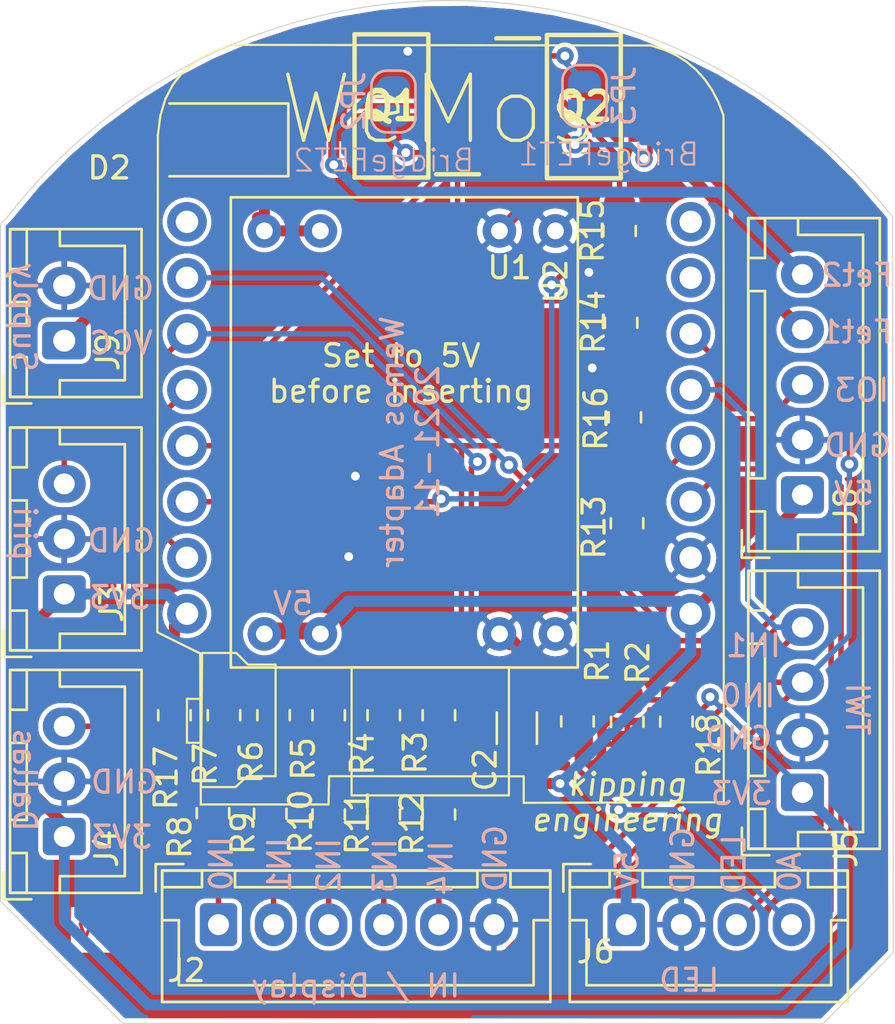
<source format=kicad_pcb>
(kicad_pcb (version 20171130) (host pcbnew "(5.1.9)-1")
  (layers (0 F.Cu signal hide) (31 B.Cu signal hide) (34 B.Paste user) (35 F.Paste user) (36 B.SilkS user) (37 F.SilkS user) (38 B.Mask user) (39 F.Mask user) (44 Edge.Cuts user))
  (net 0 "")
  (net 1 GND)
  (net 2 A0)
  (net 3 +5V)
  (net 4 +3V3)
  (net 5 "Net-(J2-Pad5)")
  (net 6 "Net-(J2-Pad4)")
  (net 7 "Net-(J2-Pad3)")
  (net 8 "Net-(J2-Pad2)")
  (net 9 "Net-(J2-Pad1)")
  (net 10 IN_4)
  (net 11 DALLAS)
  (net 12 IN_1)
  (net 13 IN_0)
  (net 14 "Net-(J6-Pad3)")
  (net 15 IN_2)
  (net 16 "Net-(J8-Pad5)")
  (net 17 "Net-(J8-Pad4)")
  (net 18 IN_3)
  (net 19 FET_2)
  (net 20 FET_1)
  (net 21 LED)
  (net 22 "Net-(U1-Pad8)")
  (net 23 "Net-(U1-Pad7)")
  (net 24 "Net-(U1-Pad9)")
  (net 25 "Net-(D2-Pad2)")
  (net 26 "Net-(D2-Pad1)")
  (net 27 "Net-(J6-Pad4)")
  (module Resistor_SMD:R_0805_2012Metric_Pad1.20x1.40mm_HandSolder (layer F.Cu) (at 110.28 107.29 270)
    (fp_text reference R18 (at 1.07 -1.47 90) (layer F.SilkS))
    (fp_text value 4k7)
    (pad 2 smd roundrect (at 1 0 270) (size 1.2 1.4) (layers F.Cu F.Paste F.Mask) (roundrect_rratio 0.208333) (net 4 +3V3))
    (pad 1 smd roundrect (at -1 0 270) (size 1.2 1.4) (layers F.Cu F.Paste F.Mask) (roundrect_rratio 0.208333) (net 2 A0))
  )
  (module MyMouser:SOT230P700X180-4N (layer F.Cu) (at 106.08 79.38)
    (fp_text reference Q2 (at 0 0) (layer F.SilkS) (effects (font (size 1.27 1.27) (thickness 0.254))))
    (fp_text value BUK7880-55A_CUX hide)
    (pad 4 smd rect (at 3 0) (size 1.95 3.2) (layers F.Cu F.Paste F.Mask) (net 17 "Net-(J8-Pad4)"))
    (pad 3 smd rect (at -3 2.3 90) (size 0.9 1.95) (layers F.Cu F.Paste F.Mask) (net 1 GND))
    (pad 2 smd rect (at -3 0 90) (size 0.9 1.95) (layers F.Cu F.Paste F.Mask) (net 17 "Net-(J8-Pad4)"))
    (pad 1 smd rect (at -3 -2.3 90) (size 0.9 1.95) (layers F.Cu F.Paste F.Mask) (net 20 FET_1))
  )
  (module MyMouser:SOT230P700X180-4N (layer F.Cu) (at 97.35 79.35 180)
    (fp_text reference Q1 (at 0 0) (layer F.SilkS) (effects (font (size 1.27 1.27) (thickness 0.254))))
    (fp_text value BUK7880-55A_CUX hide)
    (pad 4 smd rect (at 3 0 180) (size 1.95 3.2) (layers F.Cu F.Paste F.Mask) (net 16 "Net-(J8-Pad5)"))
    (pad 3 smd rect (at -3 2.3 270) (size 0.9 1.95) (layers F.Cu F.Paste F.Mask) (net 1 GND))
    (pad 2 smd rect (at -3 0 270) (size 0.9 1.95) (layers F.Cu F.Paste F.Mask) (net 16 "Net-(J8-Pad5)"))
    (pad 1 smd rect (at -3 -2.3 270) (size 0.9 1.95) (layers F.Cu F.Paste F.Mask) (net 19 FET_2))
  )
  (module Connector_JST:JST_XH_B4B-XH-A_1x04_P2.50mm_Vertical (layer F.Cu) (at 108 116.5)
    (fp_text reference J6 (at -1.38 1.23) (layer F.SilkS))
    (fp_text value LED)
    (pad 4 thru_hole oval (at 7.5 0) (size 1.7 1.95) (drill 0.95) (layers *.Cu *.Mask) (net 27 "Net-(J6-Pad4)"))
    (pad 3 thru_hole oval (at 5 0) (size 1.7 1.95) (drill 0.95) (layers *.Cu *.Mask) (net 14 "Net-(J6-Pad3)"))
    (pad 2 thru_hole oval (at 2.5 0) (size 1.7 1.95) (drill 0.95) (layers *.Cu *.Mask) (net 1 GND))
    (pad 1 thru_hole roundrect (at 0 0) (size 1.7 1.95) (drill 0.95) (layers *.Cu *.Mask) (roundrect_rratio 0.147059) (net 3 +5V))
  )
  (module Resistor_SMD:R_0805_2012Metric_Pad1.20x1.40mm_HandSolder (layer F.Cu) (at 108.05 107.3 270)
    (fp_text reference R2 (at -2.68 -0.48 90) (layer F.SilkS))
    (fp_text value 4k7)
    (pad 2 smd roundrect (at 1 0 270) (size 1.2 1.4) (layers F.Cu F.Paste F.Mask) (roundrect_rratio 0.208333) (net 1 GND))
    (pad 1 smd roundrect (at -1 0 270) (size 1.2 1.4) (layers F.Cu F.Paste F.Mask) (roundrect_rratio 0.208333) (net 2 A0))
  )
  (module Resistor_SMD:R_0805_2012Metric_Pad1.20x1.40mm_HandSolder (layer F.Cu) (at 105.79 107.28 90)
    (fp_text reference R1 (at 2.74 0.91 90) (layer F.SilkS))
    (fp_text value 100k)
    (pad 2 smd roundrect (at 1 0 90) (size 1.2 1.4) (layers F.Cu F.Paste F.Mask) (roundrect_rratio 0.208333) (net 2 A0))
    (pad 1 smd roundrect (at -1 0 90) (size 1.2 1.4) (layers F.Cu F.Paste F.Mask) (roundrect_rratio 0.208333) (net 27 "Net-(J6-Pad4)"))
  )
  (module Jumper:SolderJumper-2_P1.3mm_Open_RoundedPad1.0x1.5mm (layer B.Cu) (at 106.11 78.9 90)
    (fp_text reference JP3 (at 0 1.8 -90) (layer B.SilkS) (effects (justify mirror)))
    (fp_text value Jumper_NO_Small)
    (pad 2 smd custom (at 0.65 0 90) (size 1 0.5) (layers B.Cu B.Mask) (net 20 FET_1) (options (clearance outline) (anchor rect)) (primitives (gr_circle (center 0 -0.25) (end 0.5 -0.25) (width 0)) (gr_circle (center 0 0.25) (end 0.5 0.25) (width 0)) (gr_poly (pts (xy 0 0.75) (xy -0.5 0.75) (xy -0.5 -0.75) (xy 0 -0.75)) (width 0))))
    (pad 1 smd custom (at -0.65 0 90) (size 1 0.5) (layers B.Cu B.Mask) (net 17 "Net-(J8-Pad4)") (options (clearance outline) (anchor rect)) (primitives (gr_circle (center 0 -0.25) (end 0.5 -0.25) (width 0)) (gr_circle (center 0 0.25) (end 0.5 0.25) (width 0)) (gr_poly (pts (xy 0 0.75) (xy 0.5 0.75) (xy 0.5 -0.75) (xy 0 -0.75)) (width 0))))
  )
  (module Jumper:SolderJumper-2_P1.3mm_Open_RoundedPad1.0x1.5mm (layer B.Cu) (at 97.44 79.15 270)
    (fp_text reference JP2 (at 0 1.8 270) (layer B.SilkS) (effects (justify mirror)))
    (fp_text value Jumper_NO_Small)
    (pad 2 smd custom (at 0.65 0 270) (size 1 0.5) (layers B.Cu B.Mask) (net 19 FET_2) (options (clearance outline) (anchor rect)) (primitives (gr_circle (center 0 -0.25) (end 0.5 -0.25) (width 0)) (gr_circle (center 0 0.25) (end 0.5 0.25) (width 0)) (gr_poly (pts (xy 0 0.75) (xy -0.5 0.75) (xy -0.5 -0.75) (xy 0 -0.75)) (width 0))))
    (pad 1 smd custom (at -0.65 0 270) (size 1 0.5) (layers B.Cu B.Mask) (net 16 "Net-(J8-Pad5)") (options (clearance outline) (anchor rect)) (primitives (gr_circle (center 0 -0.25) (end 0.5 -0.25) (width 0)) (gr_circle (center 0 0.25) (end 0.5 0.25) (width 0)) (gr_poly (pts (xy 0 0.75) (xy 0.5 0.75) (xy 0.5 -0.75) (xy 0 -0.75)) (width 0))))
  )
  (module my_parts:DCDC_1A_module (layer F.Cu) (at 99.202 93.148 90)
    (fp_text reference U2 (at 5.838 5.608 90) (layer F.SilkS))
    (fp_text value DCDC_1A_Module)
    (pad 3 thru_hole circle (at 8.128 3.048 90) (size 1.524 1.524) (drill 0.762) (layers *.Cu *.Mask) (net 1 GND))
    (pad 3 thru_hole circle (at 8.128 5.588 90) (size 1.524 1.524) (drill 0.762) (layers *.Cu *.Mask) (net 1 GND))
    (pad 3 thru_hole circle (at -10.16 5.588 90) (size 1.524 1.524) (drill 0.762) (layers *.Cu *.Mask) (net 1 GND))
    (pad 2 thru_hole circle (at -10.16 -5.08 90) (size 1.524 1.524) (drill 0.762) (layers *.Cu *.Mask) (net 3 +5V))
    (pad 1 thru_hole circle (at 8.128 -5.08 90) (size 1.524 1.524) (drill 0.762) (layers *.Cu *.Mask) (net 26 "Net-(D2-Pad1)"))
    (pad 3 thru_hole circle (at -10.16 3.048 90) (size 1.524 1.524) (drill 0.762) (layers *.Cu *.Mask) (net 1 GND))
    (pad 2 thru_hole circle (at -10.16 -7.62 90) (size 1.524 1.524) (drill 0.762) (layers *.Cu *.Mask) (net 3 +5V))
    (pad 1 thru_hole circle (at 8.128 -7.62 90) (size 1.524 1.524) (drill 0.762) (layers *.Cu *.Mask) (net 26 "Net-(D2-Pad1)"))
  )
  (module my_parts:D1_mini_board (layer F.Cu) (at 99.5 93.5)
    (fp_text reference U1 (at 3.21 -6.81) (layer F.SilkS))
    (fp_text value WeMos_mini)
    (fp_text user WeMos (at 0 -13.97) (layer F.SilkS) (effects (font (size 3 3))))
    (pad 8 thru_hole circle (at 11.43 -8.89) (size 1.8 1.8) (drill 1.016) (layers *.Cu *.Mask) (net 22 "Net-(U1-Pad8)"))
    (pad 7 thru_hole circle (at 11.43 -6.35) (size 1.8 1.8) (drill 1.016) (layers *.Cu *.Mask) (net 23 "Net-(U1-Pad7)"))
    (pad 6 thru_hole circle (at 11.43 -3.81) (size 1.8 1.8) (drill 1.016) (layers *.Cu *.Mask) (net 13 IN_0))
    (pad 5 thru_hole circle (at 11.43 -1.27) (size 1.8 1.8) (drill 1.016) (layers *.Cu *.Mask) (net 12 IN_1))
    (pad 4 thru_hole circle (at 11.43 1.27) (size 1.8 1.8) (drill 1.016) (layers *.Cu *.Mask) (net 21 LED))
    (pad 3 thru_hole circle (at 11.43 3.81) (size 1.8 1.8) (drill 1.016) (layers *.Cu *.Mask) (net 11 DALLAS))
    (pad 2 thru_hole circle (at 11.43 6.35) (size 1.8 1.8) (drill 1.016) (layers *.Cu *.Mask) (net 1 GND))
    (pad 1 thru_hole circle (at 11.43 8.89) (size 1.8 1.8) (drill 1.016) (layers *.Cu *.Mask) (net 3 +5V))
    (pad 16 thru_hole circle (at -11.43 8.89) (size 1.8 1.8) (drill 1.016) (layers *.Cu *.Mask) (net 4 +3V3))
    (pad 15 thru_hole circle (at -11.43 6.35) (size 1.8 1.8) (drill 1.016) (layers *.Cu *.Mask) (net 19 FET_2))
    (pad 14 thru_hole circle (at -11.43 3.81) (size 1.8 1.8) (drill 1.016) (layers *.Cu *.Mask) (net 20 FET_1))
    (pad 13 thru_hole circle (at -11.43 1.27) (size 1.8 1.8) (drill 1.016) (layers *.Cu *.Mask) (net 18 IN_3))
    (pad 12 thru_hole circle (at -11.43 -1.27) (size 1.8 1.8) (drill 1.016) (layers *.Cu *.Mask) (net 15 IN_2))
    (pad 11 thru_hole circle (at -11.43 -3.81) (size 1.8 1.8) (drill 1.016) (layers *.Cu *.Mask) (net 10 IN_4))
    (pad 10 thru_hole circle (at -11.43 -6.35) (size 1.8 1.8) (drill 1.016) (layers *.Cu *.Mask) (net 2 A0))
    (pad 9 thru_hole circle (at -11.43 -8.89) (size 1.8 1.8) (drill 1.016) (layers *.Cu *.Mask) (net 24 "Net-(U1-Pad9)"))
  )
  (module Resistor_SMD:R_0805_2012Metric_Pad1.20x1.40mm_HandSolder (layer F.Cu) (at 87.5 107 90)
    (fp_text reference R17 (at -2.84 -0.38 90) (layer F.SilkS))
    (fp_text value 4k7)
    (pad 2 smd roundrect (at 1 0 90) (size 1.2 1.4) (layers F.Cu F.Paste F.Mask) (roundrect_rratio 0.208333) (net 4 +3V3))
    (pad 1 smd roundrect (at -1 0 90) (size 1.2 1.4) (layers F.Cu F.Paste F.Mask) (roundrect_rratio 0.208333) (net 11 DALLAS))
  )
  (module Resistor_SMD:R_0805_2012Metric_Pad1.20x1.40mm_HandSolder (layer F.Cu) (at 107.94 93.48 90)
    (fp_text reference R16 (at -0.06 -1.31 90) (layer F.SilkS))
    (fp_text value 100)
    (pad 2 smd roundrect (at 1 0 90) (size 1.2 1.4) (layers F.Cu F.Paste F.Mask) (roundrect_rratio 0.208333) (net 1 GND))
    (pad 1 smd roundrect (at -1 0 90) (size 1.2 1.4) (layers F.Cu F.Paste F.Mask) (roundrect_rratio 0.208333) (net 18 IN_3))
  )
  (module Resistor_SMD:R_0805_2012Metric_Pad1.20x1.40mm_HandSolder (layer F.Cu) (at 107.7 85.02 270)
    (fp_text reference R15 (at 0 1.24 90) (layer F.SilkS))
    (fp_text value 4k7)
    (pad 2 smd roundrect (at 1 0 270) (size 1.2 1.4) (layers F.Cu F.Paste F.Mask) (roundrect_rratio 0.208333) (net 1 GND))
    (pad 1 smd roundrect (at -1 0 270) (size 1.2 1.4) (layers F.Cu F.Paste F.Mask) (roundrect_rratio 0.208333) (net 20 FET_1))
  )
  (module Resistor_SMD:R_0805_2012Metric_Pad1.20x1.40mm_HandSolder (layer F.Cu) (at 107.77 89.19 270)
    (fp_text reference R14 (at -0.04 1.26 90) (layer F.SilkS))
    (fp_text value 4k7)
    (pad 2 smd roundrect (at 1 0 270) (size 1.2 1.4) (layers F.Cu F.Paste F.Mask) (roundrect_rratio 0.208333) (net 1 GND))
    (pad 1 smd roundrect (at -1 0 270) (size 1.2 1.4) (layers F.Cu F.Paste F.Mask) (roundrect_rratio 0.208333) (net 19 FET_2))
  )
  (module Resistor_SMD:R_0805_2012Metric_Pad1.20x1.40mm_HandSolder (layer F.Cu) (at 108.04 98.29 90)
    (fp_text reference R13 (at -0.18 -1.5 90) (layer F.SilkS))
    (fp_text value 100)
    (pad 2 smd roundrect (at 1 0 90) (size 1.2 1.4) (layers F.Cu F.Paste F.Mask) (roundrect_rratio 0.208333) (net 21 LED))
    (pad 1 smd roundrect (at -1 0 90) (size 1.2 1.4) (layers F.Cu F.Paste F.Mask) (roundrect_rratio 0.208333) (net 14 "Net-(J6-Pad3)"))
  )
  (module Resistor_SMD:R_0805_2012Metric_Pad1.20x1.40mm_HandSolder (layer F.Cu) (at 99.5 111.5 90)
    (fp_text reference R12 (at -0.41 -1.22 90) (layer F.SilkS))
    (fp_text value 1k)
    (pad 2 smd roundrect (at 1 0 90) (size 1.2 1.4) (layers F.Cu F.Paste F.Mask) (roundrect_rratio 0.208333) (net 10 IN_4))
    (pad 1 smd roundrect (at -1 0 90) (size 1.2 1.4) (layers F.Cu F.Paste F.Mask) (roundrect_rratio 0.208333) (net 5 "Net-(J2-Pad5)"))
  )
  (module Resistor_SMD:R_0805_2012Metric_Pad1.20x1.40mm_HandSolder (layer F.Cu) (at 97 111.5 90)
    (fp_text reference R11 (at -0.38 -1.2 90) (layer F.SilkS))
    (fp_text value 1k)
    (pad 2 smd roundrect (at 1 0 90) (size 1.2 1.4) (layers F.Cu F.Paste F.Mask) (roundrect_rratio 0.208333) (net 18 IN_3))
    (pad 1 smd roundrect (at -1 0 90) (size 1.2 1.4) (layers F.Cu F.Paste F.Mask) (roundrect_rratio 0.208333) (net 6 "Net-(J2-Pad4)"))
  )
  (module Resistor_SMD:R_0805_2012Metric_Pad1.20x1.40mm_HandSolder (layer F.Cu) (at 94.5 111.5 90)
    (fp_text reference R10 (at -0.32 -1.28 90) (layer F.SilkS))
    (fp_text value 1k)
    (pad 2 smd roundrect (at 1 0 90) (size 1.2 1.4) (layers F.Cu F.Paste F.Mask) (roundrect_rratio 0.208333) (net 15 IN_2))
    (pad 1 smd roundrect (at -1 0 90) (size 1.2 1.4) (layers F.Cu F.Paste F.Mask) (roundrect_rratio 0.208333) (net 7 "Net-(J2-Pad3)"))
  )
  (module Resistor_SMD:R_0805_2012Metric_Pad1.20x1.40mm_HandSolder (layer F.Cu) (at 91.85 111.47 90)
    (fp_text reference R9 (at -0.88 -1.24 90) (layer F.SilkS))
    (fp_text value 1k)
    (pad 2 smd roundrect (at 1 0 90) (size 1.2 1.4) (layers F.Cu F.Paste F.Mask) (roundrect_rratio 0.208333) (net 12 IN_1))
    (pad 1 smd roundrect (at -1 0 90) (size 1.2 1.4) (layers F.Cu F.Paste F.Mask) (roundrect_rratio 0.208333) (net 8 "Net-(J2-Pad2)"))
  )
  (module Resistor_SMD:R_0805_2012Metric_Pad1.20x1.40mm_HandSolder (layer F.Cu) (at 89.25 111.44 90)
    (fp_text reference R8 (at -1.09 -1.5 90) (layer F.SilkS))
    (fp_text value 1k)
    (pad 2 smd roundrect (at 1 0 90) (size 1.2 1.4) (layers F.Cu F.Paste F.Mask) (roundrect_rratio 0.208333) (net 13 IN_0))
    (pad 1 smd roundrect (at -1 0 90) (size 1.2 1.4) (layers F.Cu F.Paste F.Mask) (roundrect_rratio 0.208333) (net 9 "Net-(J2-Pad1)"))
  )
  (module Resistor_SMD:R_0805_2012Metric_Pad1.20x1.40mm_HandSolder (layer F.Cu) (at 89.75 107 270)
    (fp_text reference R7 (at 2.225 0.85 90) (layer F.SilkS))
    (fp_text value 4k7)
    (pad 2 smd roundrect (at 1 0 270) (size 1.2 1.4) (layers F.Cu F.Paste F.Mask) (roundrect_rratio 0.208333) (net 9 "Net-(J2-Pad1)"))
    (pad 1 smd roundrect (at -1 0 270) (size 1.2 1.4) (layers F.Cu F.Paste F.Mask) (roundrect_rratio 0.208333) (net 4 +3V3))
  )
  (module Resistor_SMD:R_0805_2012Metric_Pad1.20x1.40mm_HandSolder (layer F.Cu) (at 92 107 270)
    (fp_text reference R6 (at 2.125 1.025 90) (layer F.SilkS))
    (fp_text value 4k7)
    (pad 2 smd roundrect (at 1 0 270) (size 1.2 1.4) (layers F.Cu F.Paste F.Mask) (roundrect_rratio 0.208333) (net 8 "Net-(J2-Pad2)"))
    (pad 1 smd roundrect (at -1 0 270) (size 1.2 1.4) (layers F.Cu F.Paste F.Mask) (roundrect_rratio 0.208333) (net 4 +3V3))
  )
  (module Resistor_SMD:R_0805_2012Metric_Pad1.20x1.40mm_HandSolder (layer F.Cu) (at 94.5 107 270)
    (fp_text reference R5 (at 1.975 1.15 90) (layer F.SilkS))
    (fp_text value 4k7)
    (pad 2 smd roundrect (at 1 0 270) (size 1.2 1.4) (layers F.Cu F.Paste F.Mask) (roundrect_rratio 0.208333) (net 7 "Net-(J2-Pad3)"))
    (pad 1 smd roundrect (at -1 0 270) (size 1.2 1.4) (layers F.Cu F.Paste F.Mask) (roundrect_rratio 0.208333) (net 4 +3V3))
  )
  (module Resistor_SMD:R_0805_2012Metric_Pad1.20x1.40mm_HandSolder (layer F.Cu) (at 97 107 270)
    (fp_text reference R4 (at 1.75 0.975 90) (layer F.SilkS))
    (fp_text value 4k7)
    (pad 2 smd roundrect (at 1 0 270) (size 1.2 1.4) (layers F.Cu F.Paste F.Mask) (roundrect_rratio 0.208333) (net 6 "Net-(J2-Pad4)"))
    (pad 1 smd roundrect (at -1 0 270) (size 1.2 1.4) (layers F.Cu F.Paste F.Mask) (roundrect_rratio 0.208333) (net 4 +3V3))
  )
  (module Resistor_SMD:R_0805_2012Metric_Pad1.20x1.40mm_HandSolder (layer F.Cu) (at 99.5 107 270)
    (fp_text reference R3 (at 1.7 1.075 90) (layer F.SilkS))
    (fp_text value 4k7)
    (pad 2 smd roundrect (at 1 0 270) (size 1.2 1.4) (layers F.Cu F.Paste F.Mask) (roundrect_rratio 0.208333) (net 5 "Net-(J2-Pad5)"))
    (pad 1 smd roundrect (at -1 0 270) (size 1.2 1.4) (layers F.Cu F.Paste F.Mask) (roundrect_rratio 0.208333) (net 4 +3V3))
  )
  (module Connector_JST:JST_XH_B2B-XH-A_1x02_P2.50mm_Vertical (layer F.Cu) (at 82.5 90 90)
    (fp_text reference J9 (at -0.52 1.98 90) (layer F.SilkS))
    (fp_text value POWER)
    (pad 2 thru_hole oval (at 2.5 0 90) (size 1.7 2) (drill 1) (layers *.Cu *.Mask) (net 1 GND))
    (pad 1 thru_hole roundrect (at 0 0 90) (size 1.7 2) (drill 1) (layers *.Cu *.Mask) (roundrect_rratio 0.147059) (net 25 "Net-(D2-Pad2)"))
  )
  (module Connector_JST:JST_XH_B5B-XH-A_1x05_P2.50mm_Vertical (layer F.Cu) (at 116 97 90)
    (fp_text reference J8 (at -0.51 1.97 90) (layer F.SilkS))
    (fp_text value OUT_FET)
    (pad 5 thru_hole oval (at 10 0 90) (size 1.7 1.95) (drill 0.95) (layers *.Cu *.Mask) (net 16 "Net-(J8-Pad5)"))
    (pad 4 thru_hole oval (at 7.5 0 90) (size 1.7 1.95) (drill 0.95) (layers *.Cu *.Mask) (net 17 "Net-(J8-Pad4)"))
    (pad 3 thru_hole oval (at 5 0 90) (size 1.7 1.95) (drill 0.95) (layers *.Cu *.Mask) (net 18 IN_3))
    (pad 2 thru_hole oval (at 2.5 0 90) (size 1.7 1.95) (drill 0.95) (layers *.Cu *.Mask) (net 1 GND))
    (pad 1 thru_hole roundrect (at 0 0 90) (size 1.7 1.95) (drill 0.95) (layers *.Cu *.Mask) (roundrect_rratio 0.147059) (net 3 +5V))
  )
  (module Connector_JST:JST_XH_B4B-XH-A_1x04_P2.50mm_Vertical (layer F.Cu) (at 116 110.5 90)
    (fp_text reference J5 (at -2.56 1.97 90) (layer F.SilkS))
    (fp_text value TWI)
    (pad 4 thru_hole oval (at 7.5 0 90) (size 1.7 1.95) (drill 0.95) (layers *.Cu *.Mask) (net 12 IN_1))
    (pad 3 thru_hole oval (at 5 0 90) (size 1.7 1.95) (drill 0.95) (layers *.Cu *.Mask) (net 13 IN_0))
    (pad 2 thru_hole oval (at 2.5 0 90) (size 1.7 1.95) (drill 0.95) (layers *.Cu *.Mask) (net 1 GND))
    (pad 1 thru_hole roundrect (at 0 0 90) (size 1.7 1.95) (drill 0.95) (layers *.Cu *.Mask) (roundrect_rratio 0.147059) (net 4 +3V3))
  )
  (module Connector_JST:JST_XH_B3B-XH-A_1x03_P2.50mm_Vertical (layer F.Cu) (at 82.5 112.5 90)
    (fp_text reference J4 (at -0.55 1.92 90) (layer F.SilkS))
    (fp_text value Dallas)
    (pad 3 thru_hole oval (at 5 0 90) (size 1.7 1.95) (drill 0.95) (layers *.Cu *.Mask) (net 11 DALLAS))
    (pad 2 thru_hole oval (at 2.5 0 90) (size 1.7 1.95) (drill 0.95) (layers *.Cu *.Mask) (net 1 GND))
    (pad 1 thru_hole roundrect (at 0 0 90) (size 1.7 1.95) (drill 0.95) (layers *.Cu *.Mask) (roundrect_rratio 0.147059) (net 4 +3V3))
  )
  (module Connector_JST:JST_XH_B3B-XH-A_1x03_P2.50mm_Vertical (layer F.Cu) (at 82.5 101.5 90)
    (fp_text reference J3 (at -0.44 2.15 90) (layer F.SilkS))
    (fp_text value IN4_PIRI)
    (pad 3 thru_hole oval (at 5 0 90) (size 1.7 1.95) (drill 0.95) (layers *.Cu *.Mask) (net 10 IN_4))
    (pad 2 thru_hole oval (at 2.5 0 90) (size 1.7 1.95) (drill 0.95) (layers *.Cu *.Mask) (net 1 GND))
    (pad 1 thru_hole roundrect (at 0 0 90) (size 1.7 1.95) (drill 0.95) (layers *.Cu *.Mask) (roundrect_rratio 0.147059) (net 4 +3V3))
  )
  (module Connector_JST:JST_XH_B6B-XH-A_1x06_P2.50mm_Vertical (layer F.Cu) (at 89.5 116.5)
    (fp_text reference J2 (at -1.46 2.08) (layer F.SilkS))
    (fp_text value IN_0-4)
    (pad 6 thru_hole oval (at 12.5 0) (size 1.7 1.95) (drill 0.95) (layers *.Cu *.Mask) (net 1 GND))
    (pad 5 thru_hole oval (at 10 0) (size 1.7 1.95) (drill 0.95) (layers *.Cu *.Mask) (net 5 "Net-(J2-Pad5)"))
    (pad 4 thru_hole oval (at 7.5 0) (size 1.7 1.95) (drill 0.95) (layers *.Cu *.Mask) (net 6 "Net-(J2-Pad4)"))
    (pad 3 thru_hole oval (at 5 0) (size 1.7 1.95) (drill 0.95) (layers *.Cu *.Mask) (net 7 "Net-(J2-Pad3)"))
    (pad 2 thru_hole oval (at 2.5 0) (size 1.7 1.95) (drill 0.95) (layers *.Cu *.Mask) (net 8 "Net-(J2-Pad2)"))
    (pad 1 thru_hole roundrect (at 0 0) (size 1.7 1.95) (drill 0.95) (layers *.Cu *.Mask) (roundrect_rratio 0.147059) (net 9 "Net-(J2-Pad1)"))
  )
  (module Diode_SMD:D_SMA (layer F.Cu) (at 89.27 80.89 180)
    (fp_text reference D2 (at 4.73 -1.27) (layer F.SilkS))
    (fp_text value US1G)
    (pad 2 smd rect (at 2 0 180) (size 2.5 1.8) (layers F.Cu F.Paste F.Mask) (net 25 "Net-(D2-Pad2)"))
    (pad 1 smd rect (at -2 0 180) (size 2.5 1.8) (layers F.Cu F.Paste F.Mask) (net 26 "Net-(D2-Pad1)"))
  )
  (module Capacitor_SMD:C_1206_3216Metric_Pad1.33x1.80mm_HandSolder (layer F.Cu) (at 103.04 107.5825 90)
    (fp_text reference C2 (at -1.8925 -1.44 90) (layer F.SilkS))
    (fp_text value 1µ)
    (pad 2 smd roundrect (at 1.5625 0 90) (size 1.325 1.8) (layers F.Cu F.Paste F.Mask) (roundrect_rratio 0.188679) (net 1 GND))
    (pad 1 smd roundrect (at -1.5625 0 90) (size 1.325 1.8) (layers F.Cu F.Paste F.Mask) (roundrect_rratio 0.188679) (net 3 +5V))
  )
  (gr_text BridgeFET1 (at 107.2 81.55) (layer B.SilkS) (effects (font (size 1 1) (thickness 0.1)) (justify mirror)))
  (gr_text BridgeFET2 (at 97 81.825) (layer B.SilkS) (effects (font (size 1 1) (thickness 0.1)) (justify mirror)))
  (gr_text A0 (at 115.41 114.11 90) (layer B.SilkS) (effects (font (size 1 1)) (justify mirror)))
  (gr_text LED (at 112.89 113.77 90) (layer B.SilkS) (effects (font (size 1 1)) (justify mirror)))
  (gr_line (start 120.12 115.98) (end 120.12 117.77) (layer Edge.Cuts) (width 0.05))
  (gr_line (start 116.94 120.99) (end 120.12 117.77) (layer Edge.Cuts) (width 0.05))
  (gr_text "Wemos Adapter\n2021-11" (at 98.19 94.6 90) (layer B.SilkS) (effects (font (size 1 1)) (justify mirror)))
  (gr_text "Set to 5V\nbefore inserting" (at 97.79 91.49) (layer F.SilkS) (effects (font (size 1 1))))
  (gr_text " IN0" (at 89.63 113.35 90) (layer B.SilkS) (effects (font (size 1 1)) (justify mirror)))
  (gr_text " IN1" (at 92.27 113.4 90) (layer B.SilkS) (effects (font (size 1 1)) (justify mirror)))
  (gr_text " IN2" (at 94.51 113.43 90) (layer B.SilkS) (effects (font (size 1 1)) (justify mirror)))
  (gr_text " IN3" (at 97.06 113.45 90) (layer B.SilkS) (effects (font (size 1 1)) (justify mirror)))
  (gr_text " IN4" (at 99.6 113.55 90) (layer B.SilkS) (effects (font (size 1 1)) (justify mirror)))
  (gr_text v1 (at 83.94 116.67) (layer F.Cu) (effects (font (size 1 1))))
  (gr_text "kipping\nengineering" (at 108.06 110.94) (layer F.SilkS) (effects (font (size 1 1) (thickness 0.15) italic)))
  (gr_text IN1 (at 113.77 103.84) (layer B.SilkS) (effects (font (size 1 1)) (justify mirror)))
  (gr_text IO3 (at 118.69 92.25) (layer B.SilkS) (effects (font (size 1 1)) (justify mirror)))
  (gr_text Fet2 (at 118.47 87.03) (layer B.SilkS) (effects (font (size 1 1)) (justify mirror)))
  (gr_text Fet1 (at 118.45 89.61) (layer B.SilkS) (effects (font (size 1 1)) (justify mirror)))
  (gr_text 3V3 (at 85.01 101.66) (layer B.SilkS) (effects (font (size 1 1)) (justify mirror)))
  (gr_text 3V3 (at 85.1 112.53) (layer B.SilkS) (effects (font (size 1 1)) (justify mirror)))
  (gr_text 3V3 (at 113.23 110.55) (layer B.SilkS) (effects (font (size 1 1)) (justify mirror)))
  (gr_text TWI (at 118.49 106.72 -90) (layer B.SilkS) (effects (font (size 1 1)) (justify mirror)))
  (gr_text LED (at 110.86 119.02) (layer B.SilkS) (effects (font (size 1 1)) (justify mirror)))
  (gr_text "IN / Display" (at 95.72 119.28) (layer B.SilkS) (effects (font (size 1 1)) (justify mirror)))
  (gr_text Dallas (at 80.7 109.93 -90) (layer B.SilkS) (effects (font (size 1 1)) (justify mirror)))
  (gr_text piri (at 80.72 98.76 -90) (layer B.SilkS) (effects (font (size 1 1)) (justify mirror)))
  (gr_text Supply (at 80.7 88.93 270) (layer B.SilkS) (effects (font (size 1 1)) (justify mirror)))
  (gr_text VCC (at 85.08 90.11) (layer B.SilkS) (effects (font (size 1 1)) (justify mirror)))
  (gr_text GND (at 113.1 108.04) (layer B.SilkS) (effects (font (size 1 1)) (justify mirror)))
  (gr_text GND (at 118.51 94.76) (layer B.SilkS) (effects (font (size 1 1)) (justify mirror)))
  (gr_text GND (at 85.05 87.64) (layer B.SilkS) (effects (font (size 1 1)) (justify mirror)))
  (gr_text GND (at 85.09 99.08) (layer B.SilkS) (effects (font (size 1 1)) (justify mirror)))
  (gr_text GND (at 85.24 110.03) (layer B.SilkS) (effects (font (size 1 1)) (justify mirror)))
  (gr_text GND (at 102.06 113.5 90) (layer B.SilkS) (effects (font (size 1 1)) (justify mirror)))
  (gr_text GND (at 110.57 113.59 90) (layer B.SilkS) (effects (font (size 1 1)) (justify mirror)))
  (gr_text IN0 (at 113.52 106.12) (layer B.SilkS) (effects (font (size 1 1)) (justify mirror)))
  (gr_text 5V (at 108.04 114.05 90) (layer B.SilkS) (effects (font (size 1 1)) (justify mirror)))
  (gr_text 5V (at 92.88 101.93) (layer B.SilkS) (effects (font (size 1 1)) (justify mirror)))
  (gr_text 5V (at 118.34 96.94) (layer B.SilkS) (effects (font (size 1 1)) (justify mirror)))
  (gr_line (start 85.15 120.98) (end 116.94 120.99) (layer Edge.Cuts) (width 0.05))
  (gr_line (start 79.61 115.44) (end 85.15 120.98) (layer Edge.Cuts) (width 0.05))
  (gr_line (start 79.61 84.7) (end 79.61 115.44) (layer Edge.Cuts) (width 0.05))
  (gr_line (start 79.905018 84.406416) (end 79.61 84.7) (layer Edge.Cuts) (width 0.05))
  (gr_arc (start 100 100.01) (end 120.089999 84.400001) (angle -104.323632) (layer Edge.Cuts) (width 0.05))
  (gr_line (start 120.089999 84.400001) (end 120.12 115.98) (layer Edge.Cuts) (width 0.05))
  (segment (start 103.04 103.8) (end 102.28 103.04) (width 0.5) (layer F.Cu) (net 1))
  (segment (start 103.04 106.02) (end 103.04 103.8) (width 0.5) (layer F.Cu) (net 1))
  (via (at 98.09 76.87) (size 0.8) (drill 0.4) (layers F.Cu B.Cu) (net 1))
  (segment (start 98.27 77.05) (end 98.09 76.87) (width 0.5) (layer F.Cu) (net 1))
  (segment (start 100.35 77.05) (end 98.27 77.05) (width 0.5) (layer F.Cu) (net 1))
  (segment (start 102.742 103.8) (end 102.25 103.308) (width 0.5) (layer F.Cu) (net 1))
  (segment (start 103.04 103.8) (end 102.742 103.8) (width 0.5) (layer F.Cu) (net 1))
  (via (at 106.31 86.9) (size 0.8) (drill 0.4) (layers F.Cu B.Cu) (net 1))
  (segment (start 107.19 86.02) (end 106.31 86.9) (width 0.25) (layer F.Cu) (net 1))
  (segment (start 107.7 86.02) (end 107.19 86.02) (width 0.25) (layer F.Cu) (net 1))
  (segment (start 107.77 92.31) (end 107.94 92.48) (width 0.25) (layer F.Cu) (net 1))
  (segment (start 107.77 90.19) (end 107.77 92.31) (width 0.25) (layer F.Cu) (net 1))
  (via (at 106.46 91.24) (size 0.8) (drill 0.4) (layers F.Cu B.Cu) (net 1))
  (segment (start 107.51 90.19) (end 106.46 91.24) (width 0.25) (layer F.Cu) (net 1))
  (segment (start 107.77 90.19) (end 107.51 90.19) (width 0.25) (layer F.Cu) (net 1))
  (segment (start 103.08 84.19) (end 102.25 85.02) (width 0.5) (layer F.Cu) (net 1))
  (segment (start 103.08 81.68) (end 103.08 84.19) (width 0.5) (layer F.Cu) (net 1))
  (via (at 95.41 99.8) (size 0.8) (drill 0.4) (layers F.Cu B.Cu) (net 1))
  (via (at 95.71 96.15) (size 0.8) (drill 0.4) (layers F.Cu B.Cu) (net 1))
  (segment (start 105.877001 98.837001) (end 102.68 95.64) (width 0.25) (layer F.Cu) (net 2))
  (segment (start 105.877001 106.192999) (end 105.877001 98.837001) (width 0.25) (layer F.Cu) (net 2))
  (via (at 102.68 95.64) (size 0.8) (drill 0.4) (layers F.Cu B.Cu) (net 2))
  (segment (start 105.79 106.28) (end 105.877001 106.192999) (width 0.25) (layer F.Cu) (net 2))
  (segment (start 94.19 87.15) (end 88.07 87.15) (width 0.25) (layer B.Cu) (net 2))
  (segment (start 102.68 95.64) (end 94.19 87.15) (width 0.25) (layer B.Cu) (net 2))
  (segment (start 108.57 106.28) (end 108.6 106.25) (width 0.25) (layer F.Cu) (net 2))
  (segment (start 108.03 106.28) (end 108.05 106.3) (width 0.25) (layer F.Cu) (net 2))
  (segment (start 105.79 106.28) (end 108.03 106.28) (width 0.25) (layer F.Cu) (net 2))
  (segment (start 110.27 106.3) (end 110.28 106.29) (width 0.25) (layer F.Cu) (net 2))
  (segment (start 108.05 106.3) (end 110.27 106.3) (width 0.25) (layer F.Cu) (net 2))
  (segment (start 91.612 103.04) (end 94.152 103.04) (width 0.5) (layer F.Cu) (net 3))
  (segment (start 116 97.32) (end 116 97) (width 0.5) (layer F.Cu) (net 3))
  (segment (start 110.93 102.39) (end 116 97.32) (width 0.5) (layer F.Cu) (net 3))
  (segment (start 110.367999 101.827999) (end 110.93 102.39) (width 0.5) (layer B.Cu) (net 3))
  (segment (start 95.364001 101.827999) (end 110.367999 101.827999) (width 0.5) (layer B.Cu) (net 3))
  (segment (start 94.152 103.04) (end 95.364001 101.827999) (width 0.5) (layer B.Cu) (net 3))
  (segment (start 91.582 103.308) (end 94.122 103.308) (width 0.5) (layer F.Cu) (net 3))
  (segment (start 95.364001 102.065999) (end 94.122 103.308) (width 0.5) (layer B.Cu) (net 3))
  (segment (start 95.364001 101.827999) (end 95.364001 102.065999) (width 0.5) (layer B.Cu) (net 3))
  (via (at 105 110.1) (size 0.8) (drill 0.4) (layers F.Cu B.Cu) (net 3))
  (segment (start 110.93 104.17) (end 105 110.1) (width 0.5) (layer B.Cu) (net 3))
  (segment (start 110.93 102.39) (end 110.93 104.17) (width 0.5) (layer B.Cu) (net 3))
  (segment (start 103.995 110.1) (end 103.04 109.145) (width 0.5) (layer F.Cu) (net 3))
  (segment (start 105 110.1) (end 103.995 110.1) (width 0.5) (layer F.Cu) (net 3))
  (segment (start 108 113.1) (end 105 110.1) (width 0.5) (layer B.Cu) (net 3))
  (segment (start 108 116.5) (end 108 113.1) (width 0.5) (layer B.Cu) (net 3))
  (segment (start 87.5 106) (end 89.75 106) (width 0.25) (layer F.Cu) (net 4))
  (segment (start 89.75 106) (end 92 106) (width 0.25) (layer F.Cu) (net 4))
  (segment (start 92 106) (end 94.5 106) (width 0.25) (layer F.Cu) (net 4))
  (segment (start 94.5 106) (end 97 106) (width 0.25) (layer F.Cu) (net 4))
  (segment (start 97 106) (end 99.5 106) (width 0.25) (layer F.Cu) (net 4))
  (segment (start 87.18 101.5) (end 88.07 102.39) (width 0.5) (layer B.Cu) (net 4))
  (segment (start 82.5 101.5) (end 87.18 101.5) (width 0.5) (layer B.Cu) (net 4))
  (segment (start 87.5 102.96) (end 88.07 102.39) (width 0.5) (layer F.Cu) (net 4))
  (segment (start 87.5 106) (end 87.5 102.96) (width 0.5) (layer F.Cu) (net 4))
  (segment (start 81.07499 110.538481) (end 81.07499 102.92501) (width 0.5) (layer F.Cu) (net 4))
  (segment (start 82.5 111.963491) (end 81.07499 110.538481) (width 0.5) (layer F.Cu) (net 4))
  (segment (start 81.07499 102.92501) (end 82.5 101.5) (width 0.5) (layer F.Cu) (net 4))
  (segment (start 82.5 112.5) (end 82.5 111.963491) (width 0.5) (layer F.Cu) (net 4))
  (segment (start 117.83 112.33) (end 116 110.5) (width 0.5) (layer B.Cu) (net 4))
  (segment (start 117.83 117.33) (end 117.83 112.33) (width 0.5) (layer B.Cu) (net 4))
  (segment (start 116.80001 118.41999) (end 116.80001 118.35999) (width 0.5) (layer B.Cu) (net 4))
  (segment (start 86.31 120.14) (end 115.08 120.14) (width 0.5) (layer B.Cu) (net 4))
  (segment (start 116.80001 118.35999) (end 117.83 117.33) (width 0.5) (layer B.Cu) (net 4))
  (segment (start 82.5 116.33) (end 86.31 120.14) (width 0.5) (layer B.Cu) (net 4))
  (segment (start 115.08 120.14) (end 116.80001 118.41999) (width 0.5) (layer B.Cu) (net 4))
  (segment (start 82.5 112.5) (end 82.5 116.33) (width 0.5) (layer B.Cu) (net 4))
  (segment (start 111.807347 106.375843) (end 111.807347 106.167347) (width 0.25) (layer F.Cu) (net 4))
  (via (at 111.807347 106.167347) (size 0.8) (drill 0.4) (layers F.Cu B.Cu) (net 4))
  (segment (start 110.28 107.90319) (end 111.807347 106.375843) (width 0.25) (layer F.Cu) (net 4))
  (segment (start 110.28 108.29) (end 110.28 107.90319) (width 0.25) (layer F.Cu) (net 4))
  (segment (start 116 110.36) (end 116 110.5) (width 0.25) (layer B.Cu) (net 4))
  (segment (start 111.807347 106.167347) (end 116 110.36) (width 0.25) (layer B.Cu) (net 4))
  (segment (start 99.5 112.5) (end 99.5 116.5) (width 0.25) (layer F.Cu) (net 5))
  (segment (start 98.47499 111.47499) (end 99.5 112.5) (width 0.25) (layer F.Cu) (net 5))
  (segment (start 98.47499 109.02501) (end 98.47499 111.47499) (width 0.25) (layer F.Cu) (net 5))
  (segment (start 99.5 108) (end 98.47499 109.02501) (width 0.25) (layer F.Cu) (net 5))
  (segment (start 97 112.5) (end 97 116.5) (width 0.25) (layer F.Cu) (net 6))
  (segment (start 95.97499 111.47499) (end 97 112.5) (width 0.25) (layer F.Cu) (net 6))
  (segment (start 95.97499 109.02501) (end 95.97499 111.47499) (width 0.25) (layer F.Cu) (net 6))
  (segment (start 97 108) (end 95.97499 109.02501) (width 0.25) (layer F.Cu) (net 6))
  (segment (start 94.5 112.5) (end 94.5 116.5) (width 0.25) (layer F.Cu) (net 7))
  (segment (start 93.47499 111.47499) (end 94.5 112.5) (width 0.25) (layer F.Cu) (net 7))
  (segment (start 93.47499 109.02501) (end 93.47499 111.47499) (width 0.25) (layer F.Cu) (net 7))
  (segment (start 94.5 108) (end 93.47499 109.02501) (width 0.25) (layer F.Cu) (net 7))
  (segment (start 92 108) (end 90.97499 109.02501) (width 0.25) (layer F.Cu) (net 8))
  (segment (start 90.72502 109.24498) (end 90.72502 111.78498) (width 0.25) (layer F.Cu) (net 8))
  (segment (start 90.94499 109.02501) (end 90.72502 109.24498) (width 0.25) (layer F.Cu) (net 8))
  (segment (start 90.97499 109.02501) (end 90.94499 109.02501) (width 0.25) (layer F.Cu) (net 8))
  (segment (start 91.16498 111.78498) (end 91.85 112.47) (width 0.25) (layer F.Cu) (net 8))
  (segment (start 90.72502 111.78498) (end 91.16498 111.78498) (width 0.25) (layer F.Cu) (net 8))
  (segment (start 91.85 113.05) (end 92 113.2) (width 0.25) (layer F.Cu) (net 8))
  (segment (start 91.85 112.47) (end 91.85 113.05) (width 0.25) (layer F.Cu) (net 8))
  (segment (start 92 113.2) (end 92 116.5) (width 0.25) (layer F.Cu) (net 8))
  (segment (start 92 112.5) (end 92 113.2) (width 0.25) (layer F.Cu) (net 8))
  (segment (start 89.5 112.69) (end 89.25 112.44) (width 0.25) (layer F.Cu) (net 9))
  (segment (start 89.5 116.5) (end 89.5 112.69) (width 0.25) (layer F.Cu) (net 9))
  (segment (start 90.27501 108.52501) (end 89.75 108) (width 0.25) (layer F.Cu) (net 9))
  (segment (start 90.27501 111.41499) (end 90.27501 108.52501) (width 0.25) (layer F.Cu) (net 9))
  (segment (start 89.25 112.44) (end 90.27501 111.41499) (width 0.25) (layer F.Cu) (net 9))
  (segment (start 100.97502 95.76999) (end 101.25001 95.495) (width 0.25) (layer F.Cu) (net 10))
  (via (at 101.25001 95.495) (size 0.8) (drill 0.4) (layers F.Cu B.Cu) (net 10))
  (segment (start 100.97502 109.02498) (end 100.97502 95.76999) (width 0.25) (layer F.Cu) (net 10))
  (segment (start 99.5 110.5) (end 100.97502 109.02498) (width 0.25) (layer F.Cu) (net 10))
  (segment (start 95.44501 89.69) (end 88.07 89.69) (width 0.25) (layer B.Cu) (net 10))
  (segment (start 101.25001 95.495) (end 95.44501 89.69) (width 0.25) (layer B.Cu) (net 10))
  (segment (start 82.5 95.26) (end 82.5 96.5) (width 0.25) (layer F.Cu) (net 10))
  (segment (start 88.07 89.69) (end 82.5 95.26) (width 0.25) (layer F.Cu) (net 10))
  (segment (start 87 107.5) (end 87.5 108) (width 0.25) (layer F.Cu) (net 11))
  (segment (start 82.5 107.5) (end 87 107.5) (width 0.25) (layer F.Cu) (net 11))
  (segment (start 112.41501 95.82499) (end 110.93 97.31) (width 0.25) (layer F.Cu) (net 11))
  (segment (start 117.750019 96.611829) (end 116.96318 95.82499) (width 0.25) (layer F.Cu) (net 11))
  (segment (start 116.96318 95.82499) (end 112.41501 95.82499) (width 0.25) (layer F.Cu) (net 11))
  (segment (start 115.086685 118.70003) (end 117.750019 116.036696) (width 0.25) (layer F.Cu) (net 11))
  (segment (start 88.92543 118.70003) (end 115.086685 118.70003) (width 0.25) (layer F.Cu) (net 11))
  (segment (start 117.750019 116.036696) (end 117.750019 96.611829) (width 0.25) (layer F.Cu) (net 11))
  (segment (start 87.06999 108.43001) (end 87.06999 116.84459) (width 0.25) (layer F.Cu) (net 11))
  (segment (start 87.06999 116.84459) (end 88.92543 118.70003) (width 0.25) (layer F.Cu) (net 11))
  (segment (start 87.5 108) (end 87.06999 108.43001) (width 0.25) (layer F.Cu) (net 11))
  (segment (start 94.013295 117.80001) (end 102.486705 117.80001) (width 0.25) (layer F.Cu) (net 12))
  (segment (start 93.32499 117.111705) (end 94.013295 117.80001) (width 0.25) (layer F.Cu) (net 12))
  (segment (start 93.32499 115.888295) (end 93.32499 117.111705) (width 0.25) (layer F.Cu) (net 12))
  (segment (start 93.02498 115.588285) (end 93.32499 115.888295) (width 0.25) (layer F.Cu) (net 12))
  (segment (start 93.02498 111.64498) (end 93.02498 115.588285) (width 0.25) (layer F.Cu) (net 12))
  (segment (start 102.486705 117.80001) (end 111.71 108.576715) (width 0.25) (layer F.Cu) (net 12))
  (segment (start 91.85 110.47) (end 93.02498 111.64498) (width 0.25) (layer F.Cu) (net 12))
  (segment (start 111.71 107.29) (end 116 103) (width 0.25) (layer F.Cu) (net 12))
  (segment (start 111.71 108.576715) (end 111.71 107.29) (width 0.25) (layer F.Cu) (net 12))
  (segment (start 114.775 103) (end 113.52 101.745) (width 0.25) (layer B.Cu) (net 12))
  (segment (start 116 103) (end 114.775 103) (width 0.25) (layer B.Cu) (net 12))
  (segment (start 113.52 101.745) (end 113.52 93.5) (width 0.25) (layer B.Cu) (net 12))
  (segment (start 112.25 92.23) (end 110.93 92.23) (width 0.25) (layer B.Cu) (net 12))
  (segment (start 113.52 93.5) (end 112.25 92.23) (width 0.25) (layer B.Cu) (net 12))
  (segment (start 89.25 110.44) (end 87.52 112.17) (width 0.25) (layer F.Cu) (net 13))
  (segment (start 116 105.5) (end 114.786715 105.5) (width 0.25) (layer F.Cu) (net 13))
  (segment (start 87.52 115.62) (end 87.52 115.96) (width 0.25) (layer F.Cu) (net 13))
  (segment (start 87.52 112.17) (end 87.52 115.62) (width 0.25) (layer F.Cu) (net 13))
  (via (at 118.13 95.6) (size 0.8) (drill 0.4) (layers F.Cu B.Cu) (net 13))
  (segment (start 118.13 92.343285) (end 118.13 95.6) (width 0.25) (layer F.Cu) (net 13))
  (segment (start 116.611705 90.82499) (end 118.13 92.343285) (width 0.25) (layer F.Cu) (net 13))
  (segment (start 112.06499 90.82499) (end 116.611705 90.82499) (width 0.25) (layer F.Cu) (net 13))
  (segment (start 110.93 89.69) (end 112.06499 90.82499) (width 0.25) (layer F.Cu) (net 13))
  (segment (start 118.13 103.37) (end 116 105.5) (width 0.25) (layer B.Cu) (net 13))
  (segment (start 118.13 95.6) (end 118.13 103.37) (width 0.25) (layer B.Cu) (net 13))
  (segment (start 87.52 116.65819) (end 87.52 115.62) (width 0.25) (layer F.Cu) (net 13))
  (segment (start 89.11183 118.25002) (end 87.52 116.65819) (width 0.25) (layer F.Cu) (net 13))
  (segment (start 103.24998 118.25002) (end 89.11183 118.25002) (width 0.25) (layer F.Cu) (net 13))
  (segment (start 116 105.5) (end 103.24998 118.25002) (width 0.25) (layer F.Cu) (net 13))
  (segment (start 117.30001 102.513295) (end 117.30001 112.19999) (width 0.25) (layer F.Cu) (net 14))
  (segment (start 116.611705 101.82499) (end 117.30001 102.513295) (width 0.25) (layer F.Cu) (net 14))
  (segment (start 115.388295 101.82499) (end 116.611705 101.82499) (width 0.25) (layer F.Cu) (net 14))
  (segment (start 117.30001 112.19999) (end 113 116.5) (width 0.25) (layer F.Cu) (net 14))
  (segment (start 113.598284 103.615001) (end 115.388295 101.82499) (width 0.25) (layer F.Cu) (net 14))
  (segment (start 110.341999 103.615001) (end 113.598284 103.615001) (width 0.25) (layer F.Cu) (net 14))
  (segment (start 108.04 101.313002) (end 110.341999 103.615001) (width 0.25) (layer F.Cu) (net 14))
  (segment (start 108.04 99.29) (end 108.04 101.313002) (width 0.25) (layer F.Cu) (net 14))
  (segment (start 95.52501 108.58818) (end 94.5 109.61319) (width 0.25) (layer F.Cu) (net 15))
  (segment (start 95.52501 107.41182) (end 95.52501 108.58818) (width 0.25) (layer F.Cu) (net 15))
  (segment (start 95.0382 106.92501) (end 95.52501 107.41182) (width 0.25) (layer F.Cu) (net 15))
  (segment (start 86.81182 106.92501) (end 95.0382 106.92501) (width 0.25) (layer F.Cu) (net 15))
  (segment (start 85.2 105.31319) (end 86.81182 106.92501) (width 0.25) (layer F.Cu) (net 15))
  (segment (start 94.5 109.61319) (end 94.5 110.5) (width 0.25) (layer F.Cu) (net 15))
  (segment (start 85.2 94.92) (end 85.2 105.31319) (width 0.25) (layer F.Cu) (net 15))
  (segment (start 85.33 94.97) (end 85.25 94.97) (width 0.25) (layer F.Cu) (net 15))
  (segment (start 85.25 94.97) (end 85.2 94.92) (width 0.25) (layer F.Cu) (net 15))
  (segment (start 88.07 92.23) (end 85.33 94.97) (width 0.25) (layer F.Cu) (net 15))
  (via (at 94.73 82.02) (size 0.8) (drill 0.4) (layers F.Cu B.Cu) (net 16))
  (segment (start 95.969999 83.259999) (end 94.73 82.02) (width 0.5) (layer B.Cu) (net 16))
  (segment (start 112.259999 83.259999) (end 95.969999 83.259999) (width 0.5) (layer B.Cu) (net 16))
  (segment (start 116 87) (end 112.259999 83.259999) (width 0.5) (layer B.Cu) (net 16))
  (segment (start 94.73 79.73) (end 94.35 79.35) (width 0.5) (layer F.Cu) (net 16))
  (segment (start 94.73 82.02) (end 94.73 79.73) (width 0.5) (layer F.Cu) (net 16))
  (segment (start 100.35 79.35) (end 94.35 79.35) (width 0.25) (layer F.Cu) (net 16))
  (segment (start 94.73 80.462408) (end 94.73 82.02) (width 0.25) (layer B.Cu) (net 16))
  (segment (start 96.692408 78.5) (end 94.73 80.462408) (width 0.25) (layer B.Cu) (net 16))
  (segment (start 97.44 78.5) (end 96.692408 78.5) (width 0.25) (layer B.Cu) (net 16))
  (segment (start 109.08 80.697466) (end 109.08 79.38) (width 0.5) (layer F.Cu) (net 17))
  (segment (start 112.40001 84.017476) (end 109.08 80.697466) (width 0.5) (layer F.Cu) (net 17))
  (segment (start 112.40001 85.90001) (end 112.40001 84.017476) (width 0.5) (layer F.Cu) (net 17))
  (segment (start 116 89.5) (end 112.40001 85.90001) (width 0.5) (layer F.Cu) (net 17))
  (via (at 105.68 81.11) (size 0.8) (drill 0.4) (layers F.Cu B.Cu) (net 17))
  (segment (start 106.11 80.68) (end 105.68 81.11) (width 0.25) (layer B.Cu) (net 17))
  (segment (start 106.11 79.55) (end 106.11 80.68) (width 0.25) (layer B.Cu) (net 17))
  (segment (start 103.95 79.38) (end 103.08 79.38) (width 0.25) (layer F.Cu) (net 17))
  (segment (start 105.68 81.11) (end 103.95 79.38) (width 0.25) (layer F.Cu) (net 17))
  (via (at 108.81 81.74) (size 0.8) (drill 0.4) (layers F.Cu B.Cu) (net 17))
  (segment (start 109.08 81.47) (end 108.81 81.74) (width 0.25) (layer F.Cu) (net 17))
  (segment (start 109.08 79.38) (end 109.08 81.47) (width 0.25) (layer F.Cu) (net 17))
  (segment (start 108.18 81.11) (end 105.68 81.11) (width 0.25) (layer B.Cu) (net 17))
  (segment (start 108.81 81.74) (end 108.18 81.11) (width 0.25) (layer B.Cu) (net 17))
  (segment (start 107.65 94.77) (end 107.94 94.48) (width 0.25) (layer F.Cu) (net 18))
  (segment (start 100.52501 106.58818) (end 100.52501 94.97501) (width 0.25) (layer F.Cu) (net 18))
  (segment (start 98.81182 106.92501) (end 100.18818 106.92501) (width 0.25) (layer F.Cu) (net 18))
  (segment (start 98.47499 107.26184) (end 98.81182 106.92501) (width 0.25) (layer F.Cu) (net 18))
  (segment (start 100.18818 106.92501) (end 100.52501 106.58818) (width 0.25) (layer F.Cu) (net 18))
  (segment (start 98.47499 108.1382) (end 98.47499 107.26184) (width 0.25) (layer F.Cu) (net 18))
  (segment (start 97 109.61319) (end 98.47499 108.1382) (width 0.25) (layer F.Cu) (net 18))
  (segment (start 100.52501 94.97501) (end 100.32 94.77) (width 0.25) (layer F.Cu) (net 18))
  (segment (start 97 110.5) (end 97 109.61319) (width 0.25) (layer F.Cu) (net 18))
  (segment (start 100.32 94.77) (end 107.65 94.77) (width 0.25) (layer F.Cu) (net 18))
  (segment (start 88.07 94.77) (end 100.32 94.77) (width 0.25) (layer F.Cu) (net 18))
  (segment (start 114.455001 93.544999) (end 116 92) (width 0.25) (layer F.Cu) (net 18))
  (segment (start 108.875001 93.544999) (end 114.455001 93.544999) (width 0.25) (layer F.Cu) (net 18))
  (segment (start 107.94 94.48) (end 108.875001 93.544999) (width 0.25) (layer F.Cu) (net 18))
  (via (at 98 81.47) (size 0.8) (drill 0.4) (layers F.Cu B.Cu) (net 19))
  (segment (start 97.44 80.91) (end 98 81.47) (width 0.25) (layer B.Cu) (net 19))
  (segment (start 97.44 79.8) (end 97.44 80.91) (width 0.25) (layer B.Cu) (net 19))
  (segment (start 100.17 81.47) (end 100.35 81.65) (width 0.25) (layer F.Cu) (net 19))
  (segment (start 98 81.47) (end 100.17 81.47) (width 0.25) (layer F.Cu) (net 19))
  (segment (start 91.305 90.808002) (end 91.305 90.695) (width 0.25) (layer F.Cu) (net 19))
  (segment (start 87.571997 93.455001) (end 88.658001 93.455001) (width 0.25) (layer F.Cu) (net 19))
  (segment (start 86.844999 94.181999) (end 87.571997 93.455001) (width 0.25) (layer F.Cu) (net 19))
  (segment (start 88.658001 93.455001) (end 91.305 90.808002) (width 0.25) (layer F.Cu) (net 19))
  (segment (start 86.844999 98.624999) (end 86.844999 94.181999) (width 0.25) (layer F.Cu) (net 19))
  (segment (start 88.07 99.85) (end 86.844999 98.624999) (width 0.25) (layer F.Cu) (net 19))
  (segment (start 91.305 90.695) (end 100.35 81.65) (width 0.25) (layer F.Cu) (net 19))
  (segment (start 100.35 84.430762) (end 100.35 81.65) (width 0.25) (layer F.Cu) (net 19))
  (segment (start 100.35 85.47) (end 100.35 84.430762) (width 0.25) (layer F.Cu) (net 19))
  (segment (start 103.07 88.19) (end 100.35 85.47) (width 0.25) (layer F.Cu) (net 19))
  (segment (start 107.77 88.19) (end 103.07 88.19) (width 0.25) (layer F.Cu) (net 19))
  (segment (start 107.7 81.7) (end 103.08 77.08) (width 0.25) (layer F.Cu) (net 20))
  (segment (start 107.7 84.02) (end 107.7 81.7) (width 0.25) (layer F.Cu) (net 20))
  (via (at 105.22 77.08) (size 0.8) (drill 0.4) (layers F.Cu B.Cu) (net 20))
  (segment (start 103.08 77.08) (end 105.22 77.08) (width 0.25) (layer F.Cu) (net 20))
  (segment (start 105.22 77.36) (end 106.11 78.25) (width 0.25) (layer B.Cu) (net 20))
  (segment (start 105.22 77.08) (end 105.22 77.36) (width 0.25) (layer B.Cu) (net 20))
  (via (at 99.6 97.18) (size 0.8) (drill 0.4) (layers F.Cu B.Cu) (net 20))
  (segment (start 99.47 97.31) (end 99.6 97.18) (width 0.25) (layer F.Cu) (net 20))
  (segment (start 88.07 97.31) (end 99.47 97.31) (width 0.25) (layer F.Cu) (net 20))
  (via (at 104.62 87.465) (size 0.8) (drill 0.4) (layers F.Cu B.Cu) (net 20))
  (segment (start 107.7 84.385) (end 107.7 84.02) (width 0.25) (layer F.Cu) (net 20))
  (segment (start 104.62 87.465) (end 107.7 84.385) (width 0.25) (layer F.Cu) (net 20))
  (segment (start 104.62 94.05) (end 104.62 87.465) (width 0.25) (layer B.Cu) (net 20))
  (segment (start 104.62 95.05) (end 104.62 94.05) (width 0.25) (layer B.Cu) (net 20))
  (segment (start 102.49 97.18) (end 104.62 95.05) (width 0.25) (layer B.Cu) (net 20))
  (segment (start 99.6 97.18) (end 102.49 97.18) (width 0.25) (layer B.Cu) (net 20))
  (segment (start 108.41 97.29) (end 110.93 94.77) (width 0.25) (layer F.Cu) (net 21))
  (segment (start 108.04 97.29) (end 108.41 97.29) (width 0.25) (layer F.Cu) (net 21))
  (segment (start 83.95001 84.20999) (end 87.27 80.89) (width 0.5) (layer F.Cu) (net 25))
  (segment (start 83.95001 88.54999) (end 83.95001 84.20999) (width 0.5) (layer F.Cu) (net 25))
  (segment (start 82.5 90) (end 83.95001 88.54999) (width 0.5) (layer F.Cu) (net 25))
  (segment (start 91.27 84.41) (end 91.612 84.752) (width 0.5) (layer F.Cu) (net 26))
  (segment (start 91.582 81.202) (end 91.27 80.89) (width 0.5) (layer F.Cu) (net 26))
  (segment (start 91.582 85.02) (end 91.582 81.202) (width 0.5) (layer F.Cu) (net 26))
  (segment (start 91.582 85.02) (end 94.122 85.02) (width 0.5) (layer F.Cu) (net 26))
  (segment (start 105.79 108.28) (end 105.79 109.42) (width 0.25) (layer F.Cu) (net 27))
  (segment (start 105.79 109.42) (end 107.66 111.29) (width 0.25) (layer F.Cu) (net 27))
  (segment (start 107.66 111.29) (end 110.29 111.29) (width 0.25) (layer B.Cu) (net 27))
  (segment (start 110.29 111.29) (end 115.5 116.5) (width 0.25) (layer B.Cu) (net 27))
  (via (at 107.66 111.29) (size 0.8) (drill 0.4) (layers F.Cu B.Cu) (net 27))
  (zone (net 1) (net_name GND) (layer F.Cu) (connect_pads (clearance 0.208)) (min_thickness 0.154) (fill yes (arc_segments 32) (thermal_gap 0.254) (thermal_bridge_width 0.254))
    (polygon (pts (xy 124.27 71.87) (xy 124.44 124.2) (xy 75.89 124.85) (xy 76.38 71.85)))
  )
  (zone (net 1) (net_name GND) (layer B.Cu) (connect_pads (clearance 0.208)) (min_thickness 0.154) (fill yes (arc_segments 32) (thermal_gap 0.254) (thermal_bridge_width 0.254))
    (polygon (pts (xy 124.27 71.85) (xy 124.44 124.18) (xy 75.89 124.83) (xy 76.38 71.83)))
  )
)
</source>
